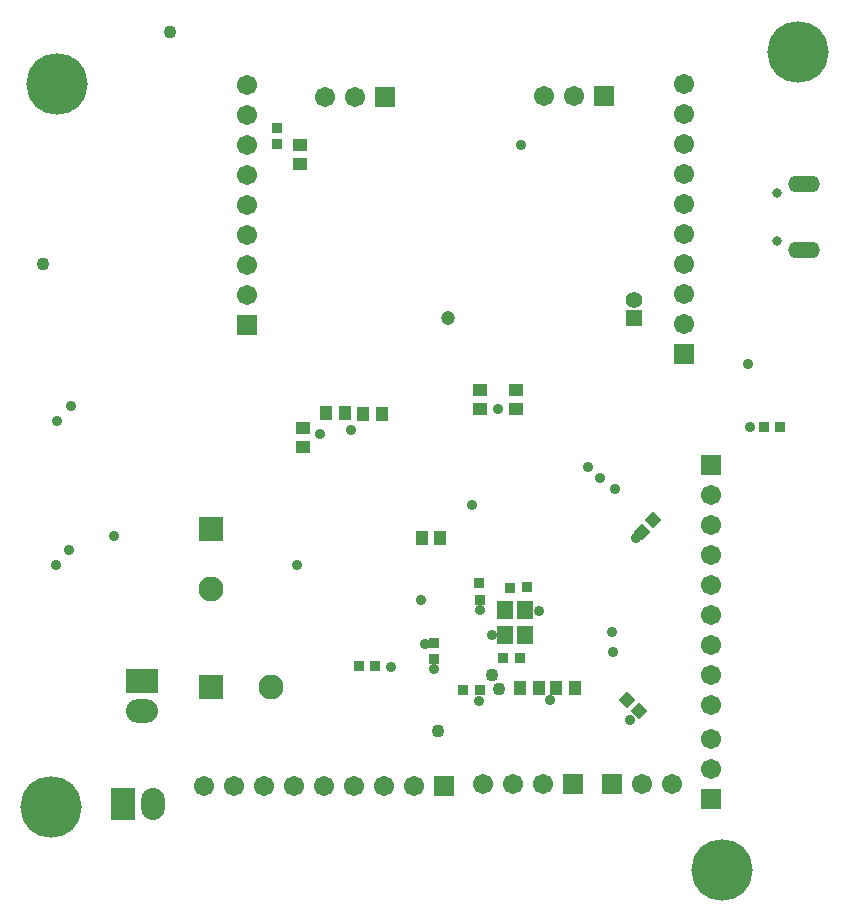
<source format=gbs>
G04*
G04 #@! TF.GenerationSoftware,Altium Limited,Altium Designer,20.0.13 (296)*
G04*
G04 Layer_Color=16711935*
%FSLAX44Y44*%
%MOMM*%
G71*
G01*
G75*
%ADD57R,1.0032X1.1682*%
%ADD60R,1.1682X1.0032*%
%ADD61R,0.9652X0.9652*%
%ADD69R,0.9652X0.9652*%
%ADD79R,1.7032X1.7032*%
%ADD80C,1.7032*%
%ADD81R,1.7032X1.7032*%
%ADD82C,0.8032*%
%ADD83O,2.7032X1.4032*%
%ADD84C,2.1032*%
%ADD85R,2.1032X2.1032*%
%ADD86R,2.1032X2.1032*%
%ADD87R,1.4032X1.4032*%
%ADD88C,1.4032*%
%ADD89R,2.7032X2.0032*%
%ADD90O,2.7032X2.0032*%
%ADD91R,2.0032X2.7032*%
%ADD92O,2.0032X2.7032*%
%ADD93C,0.9032*%
%ADD94C,1.1032*%
%ADD95C,1.2032*%
%ADD96C,5.2032*%
%ADD122R,1.4032X1.5032*%
%ADD123P,1.3650X4X360.0*%
%ADD124P,1.3650X4X270.0*%
D57*
X249010Y333050D02*
D03*
X233010D02*
D03*
X313760Y227800D02*
D03*
X329760D02*
D03*
X428010Y100800D02*
D03*
X444010D02*
D03*
X397010D02*
D03*
X413010D02*
D03*
X264260Y332800D02*
D03*
X280260Y332800D02*
D03*
D60*
X394010Y336550D02*
D03*
Y352550D02*
D03*
X363010Y336550D02*
D03*
Y352550D02*
D03*
X211260Y560550D02*
D03*
Y544550D02*
D03*
X213010Y320800D02*
D03*
Y304800D02*
D03*
D61*
X260583Y118882D02*
D03*
X274553Y119136D02*
D03*
X403010Y185800D02*
D03*
X389040Y185546D02*
D03*
X396980Y126054D02*
D03*
X383010Y125800D02*
D03*
X349010Y99050D02*
D03*
X362980Y99304D02*
D03*
X617520Y321904D02*
D03*
X603550Y321650D02*
D03*
D69*
X191510Y574800D02*
D03*
X191764Y560830D02*
D03*
X362756Y189270D02*
D03*
X363010Y175300D02*
D03*
X324006Y138770D02*
D03*
X324260Y124800D02*
D03*
D79*
X558800Y6350D02*
D03*
Y289560D02*
D03*
X536090Y383130D02*
D03*
X166090Y408385D02*
D03*
D80*
X558800Y31750D02*
D03*
Y57150D02*
D03*
X307340Y17780D02*
D03*
X281940D02*
D03*
X256540D02*
D03*
X231140D02*
D03*
X205740D02*
D03*
X180340D02*
D03*
X154940D02*
D03*
X129540D02*
D03*
X558800Y264160D02*
D03*
Y238760D02*
D03*
Y213360D02*
D03*
Y187960D02*
D03*
Y162560D02*
D03*
Y137160D02*
D03*
Y111760D02*
D03*
Y86360D02*
D03*
X500380Y19050D02*
D03*
X525780D02*
D03*
X443230Y601980D02*
D03*
X417830D02*
D03*
X232410Y600710D02*
D03*
X257810D02*
D03*
X536090Y611730D02*
D03*
Y586330D02*
D03*
Y560930D02*
D03*
Y535530D02*
D03*
Y510130D02*
D03*
Y484730D02*
D03*
Y459330D02*
D03*
Y433930D02*
D03*
Y408530D02*
D03*
X166090Y433785D02*
D03*
Y459185D02*
D03*
Y484585D02*
D03*
Y509985D02*
D03*
Y535385D02*
D03*
Y560785D02*
D03*
Y586185D02*
D03*
Y611585D02*
D03*
X365760Y19050D02*
D03*
X391160D02*
D03*
X416560D02*
D03*
D81*
X332740Y17780D02*
D03*
X474980Y19050D02*
D03*
X468630Y601980D02*
D03*
X283210Y600710D02*
D03*
X441960Y19050D02*
D03*
D82*
X614540Y519420D02*
D03*
X614540Y479420D02*
D03*
D83*
X637540Y471170D02*
D03*
Y527670D02*
D03*
D84*
X135890Y184150D02*
D03*
X186690Y101600D02*
D03*
D85*
X135890Y234950D02*
D03*
D86*
Y101600D02*
D03*
D87*
X494030Y414020D02*
D03*
D88*
Y429020D02*
D03*
D89*
X77470Y106680D02*
D03*
D90*
Y81280D02*
D03*
D91*
X60960Y2540D02*
D03*
D92*
X86360D02*
D03*
D93*
X324260Y116300D02*
D03*
X317010Y138050D02*
D03*
X287570Y118110D02*
D03*
X362830Y89480D02*
D03*
X228010Y315800D02*
D03*
X254260Y319050D02*
D03*
X356260Y255300D02*
D03*
X208260Y204800D02*
D03*
X53352Y229708D02*
D03*
X16872Y339128D02*
D03*
X5188Y326628D02*
D03*
X3918Y204708D02*
D03*
X15602Y217208D02*
D03*
X313260Y175300D02*
D03*
X378510Y336550D02*
D03*
X363010Y167050D02*
D03*
X490210Y73750D02*
D03*
X495260Y227550D02*
D03*
X590510Y374800D02*
D03*
X397830Y560730D02*
D03*
X591510Y321800D02*
D03*
X477510Y269300D02*
D03*
X465260Y278800D02*
D03*
X454510Y287714D02*
D03*
X422830Y90730D02*
D03*
X475260Y148050D02*
D03*
X475760Y131300D02*
D03*
X413010Y165800D02*
D03*
X373010Y145800D02*
D03*
D94*
X373260Y111800D02*
D03*
X327760Y64300D02*
D03*
X379010Y99800D02*
D03*
X-6740Y460004D02*
D03*
X100510Y656050D02*
D03*
D95*
X336540Y414020D02*
D03*
D96*
X632460Y638810D02*
D03*
X5080Y612140D02*
D03*
X0Y0D02*
D03*
X568260Y-53700D02*
D03*
D122*
X384510Y166300D02*
D03*
Y145300D02*
D03*
X401510D02*
D03*
Y166300D02*
D03*
D123*
X487952Y90499D02*
D03*
X498010Y80800D02*
D03*
D124*
X509760Y242550D02*
D03*
X500061Y232492D02*
D03*
M02*

</source>
